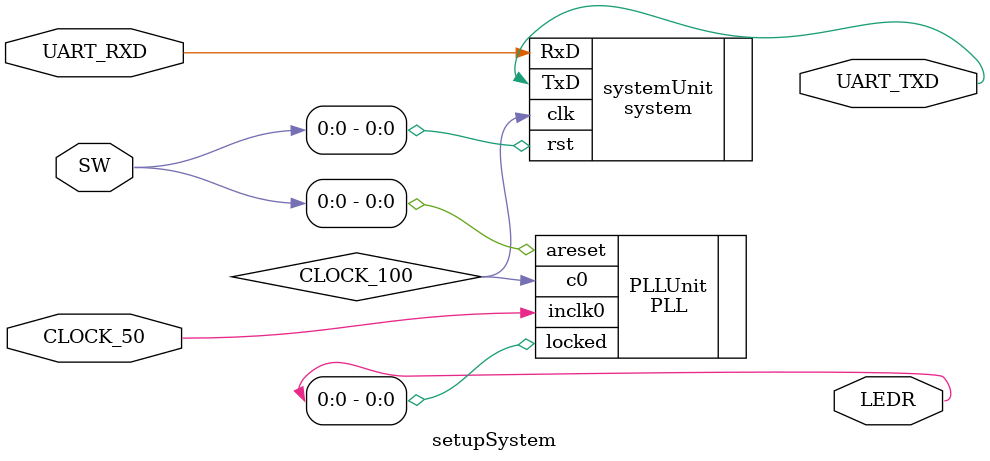
<source format=v>

`timescale 1 ps / 1 ps
module setupSystem(CLOCK_50, SW, UART_TXD, UART_RXD, LEDR);
	input CLOCK_50;
	input [17:0]SW;
	output UART_TXD;
	input UART_RXD;
	output [17:0]LEDR;
	wire CLOCK_100;
	system systemUnit(
			 .clk(CLOCK_100),
			 .rst(SW[0]),
			 .TxD(UART_TXD),
			 .RxD(UART_RXD)
			);
	//TopController ut(CLOCK_50, SW[0], UART_TXD, UART_RXD);

	PLL PLLUnit(
					.areset(SW[0]),
					.inclk0(CLOCK_50),
					.c0(CLOCK_100),
					.locked(LEDR[0])
					);
endmodule

</source>
